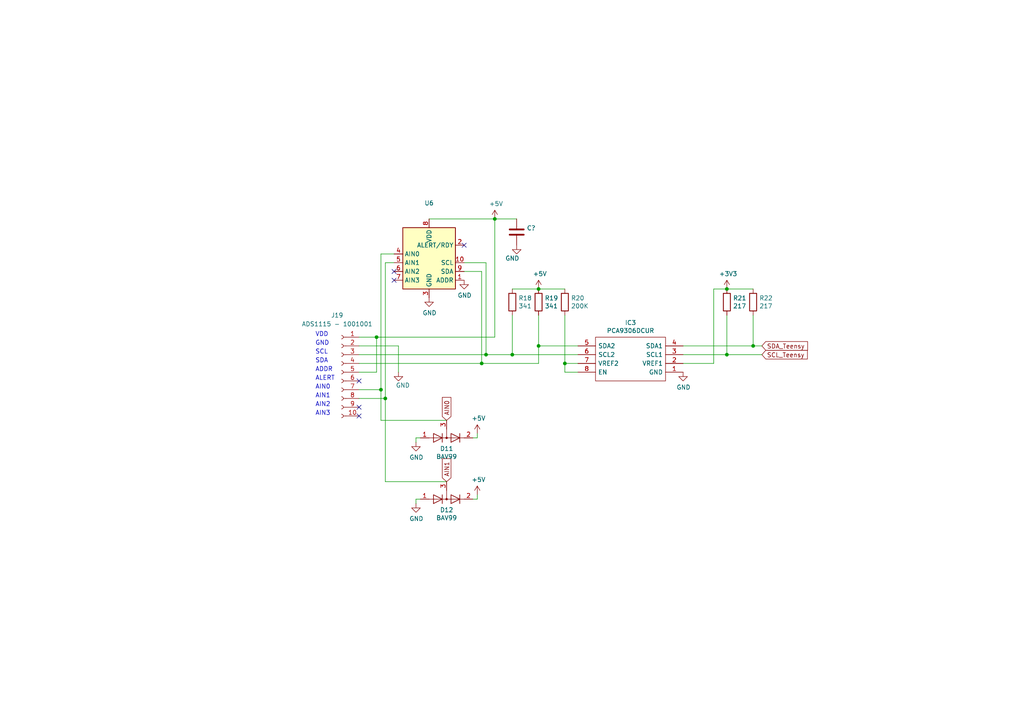
<source format=kicad_sch>
(kicad_sch (version 20211123) (generator eeschema)
  (paper "A4")
  (title_block (title "Analog") (date "2022-12-24"))
  (lib_symbols
    (symbol "RC10-rescue:C-Device" (pin_numbers hide) (pin_names (offset 0.254))
      (property "Reference" "C" (at 0.635 2.54 0))
      (property "Value" "C-Device" (at 0.635 -2.54 0))
      (symbol "C-Device_0_1"
        (polyline (pts (xy -2.032 -0.762) (xy 2.032 -0.762)) (stroke (width 0.508)))
        (polyline (pts (xy -2.032 0.762) (xy 2.032 0.762)) (stroke (width 0.508)))
      )
      (symbol "C-Device_1_1"
        (pin passive line (at 0 3.81 270) (length 2.794) (name "~") (number "1"))
        (pin passive line (at 0 -3.81 90) (length 2.794) (name "~") (number "2"))
      )
    )
    (symbol "RC10-rescue:GND-power" (power) (pin_names (offset 0))
      (property "Value" "GND-power" (at 0 -3.81 0))
      (symbol "GND-power_0_1"
        (polyline (pts (xy 0 0) (xy 0 -1.27) (xy 1.27 -1.27) (xy 0 -2.54) (xy -1.27 -1.27) (xy 0 -1.27)))
      )
      (symbol "GND-power_1_1"
        (pin power_in line (at 0 0 270) (length 0) hide (name "GND") (number "1"))
      )
    )
    (symbol "RC11-rescue:+3.3V-power" (power) (pin_names (offset 0))
      (property "Value" "+3.3V-power" (at 0 3.556 0))
      (symbol "+3.3V-power_0_1"
        (polyline (pts (xy -0.762 1.27) (xy 0 2.54)))
        (polyline (pts (xy 0 0) (xy 0 2.54)))
        (polyline (pts (xy 0 2.54) (xy 0.762 1.27)))
      )
      (symbol "+3.3V-power_1_1"
        (pin power_in line (at 0 0 90) (length 0) hide (name "+3V3") (number "1"))
      )
    )
    (symbol "RC11-rescue:+5V-power" (power) (pin_names (offset 0))
      (property "Value" "+5V-power" (at 0 3.556 0))
      (symbol "+5V-power_0_1"
        (polyline (pts (xy -0.762 1.27) (xy 0 2.54)))
        (polyline (pts (xy 0 0) (xy 0 2.54)))
        (polyline (pts (xy 0 2.54) (xy 0.762 1.27)))
      )
      (symbol "+5V-power_1_1"
        (pin power_in line (at 0 0 90) (length 0) hide (name "+5V") (number "1"))
      )
    )
    (symbol "RC11-rescue:ADS1115IDGS-Analog_ADC"
      (property "Reference" "U" (at 2.54 13.97 0))
      (property "Value" "ADS1115IDGS-Analog_ADC" (at 7.62 11.43 0))
      (symbol "ADS1115IDGS-Analog_ADC_0_1"
        (rectangle (start -7.62 10.16) (end 7.62 -7.62) (stroke (width 0.254)) (fill (type background)))
      )
      (symbol "ADS1115IDGS-Analog_ADC_1_1"
        (pin input line (at 10.16 -5.08 180) (length 2.54) (name "ADDR") (number "1"))
        (pin input line (at 10.16 0 180) (length 2.54) (name "SCL") (number "10"))
        (pin output line (at 10.16 5.08 180) (length 2.54) (name "ALERT/RDY") (number "2"))
        (pin power_in line (at 0 -10.16 90) (length 2.54) (name "GND") (number "3"))
        (pin input line (at -10.16 2.54 0) (length 2.54) (name "AIN0") (number "4"))
        (pin input line (at -10.16 0 0) (length 2.54) (name "AIN1") (number "5"))
        (pin input line (at -10.16 -2.54 0) (length 2.54) (name "AIN2") (number "6"))
        (pin input line (at -10.16 -5.08 0) (length 2.54) (name "AIN3") (number "7"))
        (pin power_in line (at 0 12.7 270) (length 2.54) (name "VDD") (number "8"))
        (pin bidirectional line (at 10.16 -2.54 180) (length 2.54) (name "SDA") (number "9"))
      )
    )
    (symbol "RC11-rescue:BAV99-Diode" (pin_names hide)
      (property "Reference" "D" (at 0 5.08 0))
      (property "Value" "BAV99-Diode" (at 0 2.54 0))
      (symbol "BAV99-Diode_0_1"
        (polyline (pts (xy -5.08 0) (xy 5.08 0)))
      )
      (symbol "BAV99-Diode_1_1"
        (polyline (pts (xy 0 0) (xy 0 -2.54)))
        (polyline (pts (xy -1.27 -1.27) (xy -1.27 1.27) (xy -1.27 1.27)) (stroke (width 0.2032)))
        (polyline (pts (xy 3.81 1.27) (xy 3.81 -1.27) (xy 3.81 -1.27)) (stroke (width 0.2032)))
        (polyline (pts (xy -3.81 1.27) (xy -1.27 0) (xy -3.81 -1.27) (xy -3.81 1.27) (xy -3.81 1.27) (xy -3.81 1.27)) (stroke (width 0.2032)))
        (polyline (pts (xy 1.27 1.27) (xy 3.81 0) (xy 1.27 -1.27) (xy 1.27 1.27) (xy 1.27 1.27) (xy 1.27 1.27)) (stroke (width 0.2032)))
        (circle (center 0 0) (radius 0.254) (fill (type outline)))
        (pin passive line (at -7.62 0 0) (length 2.54) (name "K") (number "1"))
        (pin passive line (at 7.62 0 180) (length 2.54) (name "A") (number "2"))
        (pin passive line (at 0 -5.08 90) (length 2.54) (name "K") (number "3"))
      )
    )
    (symbol "RC11-rescue:Conn_01x10_Female-Connector" (pin_names (offset 1.016) hide)
      (property "Reference" "J" (at 0 12.7 0))
      (property "Value" "Conn_01x10_Female-Connector" (at 0 -15.24 0))
      (symbol "Conn_01x10_Female-Connector_1_1"
        (arc (start 0 -12.192) (mid -0.508 -12.7) (end 0 -13.208) (stroke (width 0.1524)))
        (arc (start 0 -9.652) (mid -0.508 -10.16) (end 0 -10.668) (stroke (width 0.1524)))
        (arc (start 0 -7.112) (mid -0.508 -7.62) (end 0 -8.128) (stroke (width 0.1524)))
        (arc (start 0 -4.572) (mid -0.508 -5.08) (end 0 -5.588) (stroke (width 0.1524)))
        (arc (start 0 -2.032) (mid -0.508 -2.54) (end 0 -3.048) (stroke (width 0.1524)))
        (polyline (pts (xy -1.27 -12.7) (xy -0.508 -12.7)) (stroke (width 0.1524)))
        (polyline (pts (xy -1.27 -10.16) (xy -0.508 -10.16)) (stroke (width 0.1524)))
        (polyline (pts (xy -1.27 -7.62) (xy -0.508 -7.62)) (stroke (width 0.1524)))
        (polyline (pts (xy -1.27 -5.08) (xy -0.508 -5.08)) (stroke (width 0.1524)))
        (polyline (pts (xy -1.27 -2.54) (xy -0.508 -2.54)) (stroke (width 0.1524)))
        (polyline (pts (xy -1.27 0) (xy -0.508 0)) (stroke (width 0.1524)))
        (polyline (pts (xy -1.27 2.54) (xy -0.508 2.54)) (stroke (width 0.1524)))
        (polyline (pts (xy -1.27 5.08) (xy -0.508 5.08)) (stroke (width 0.1524)))
        (polyline (pts (xy -1.27 7.62) (xy -0.508 7.62)) (stroke (width 0.1524)))
        (polyline (pts (xy -1.27 10.16) (xy -0.508 10.16)) (stroke (width 0.1524)))
        (arc (start 0 0.508) (mid -0.508 0) (end 0 -0.508) (stroke (width 0.1524)))
        (arc (start 0 3.048) (mid -0.508 2.54) (end 0 2.032) (stroke (width 0.1524)))
        (arc (start 0 5.588) (mid -0.508 5.08) (end 0 4.572) (stroke (width 0.1524)))
        (arc (start 0 8.128) (mid -0.508 7.62) (end 0 7.112) (stroke (width 0.1524)))
        (arc (start 0 10.668) (mid -0.508 10.16) (end 0 9.652) (stroke (width 0.1524)))
        (pin passive line (at -5.08 10.16 0) (length 3.81) (name "Pin_1") (number "1"))
        (pin passive line (at -5.08 -12.7 0) (length 3.81) (name "Pin_10") (number "10"))
        (pin passive line (at -5.08 7.62 0) (length 3.81) (name "Pin_2") (number "2"))
        (pin passive line (at -5.08 5.08 0) (length 3.81) (name "Pin_3") (number "3"))
        (pin passive line (at -5.08 2.54 0) (length 3.81) (name "Pin_4") (number "4"))
        (pin passive line (at -5.08 0 0) (length 3.81) (name "Pin_5") (number "5"))
        (pin passive line (at -5.08 -2.54 0) (length 3.81) (name "Pin_6") (number "6"))
        (pin passive line (at -5.08 -5.08 0) (length 3.81) (name "Pin_7") (number "7"))
        (pin passive line (at -5.08 -7.62 0) (length 3.81) (name "Pin_8") (number "8"))
        (pin passive line (at -5.08 -10.16 0) (length 3.81) (name "Pin_9") (number "9"))
      )
    )
    (symbol "RC11-rescue:GND-power" (power) (pin_names (offset 0))
      (property "Value" "GND-power" (at 0 -3.81 0))
      (symbol "GND-power_0_1"
        (polyline (pts (xy 0 0) (xy 0 -1.27) (xy 1.27 -1.27) (xy 0 -2.54) (xy -1.27 -1.27) (xy 0 -1.27)))
      )
      (symbol "GND-power_1_1"
        (pin power_in line (at 0 0 270) (length 0) hide (name "GND") (number "1"))
      )
    )
    (symbol "RC11-rescue:PCA9306DCUR-MyLib" (pin_names (offset 0.762))
      (property "Reference" "IC" (at 26.67 7.62 0))
      (property "Value" "PCA9306DCUR-MyLib" (at 26.67 5.08 0))
      (symbol "PCA9306DCUR-MyLib_0_0"
        (pin passive line (at 0 0 0) (length 5.08) (name "GND") (number "1"))
        (pin passive line (at 0 -2.54 0) (length 5.08) (name "VREF1") (number "2"))
        (pin passive line (at 0 -5.08 0) (length 5.08) (name "SCL1") (number "3"))
        (pin passive line (at 0 -7.62 0) (length 5.08) (name "SDA1") (number "4"))
        (pin passive line (at 30.48 -7.62 180) (length 5.08) (name "SDA2") (number "5"))
        (pin passive line (at 30.48 -5.08 180) (length 5.08) (name "SCL2") (number "6"))
        (pin passive line (at 30.48 -2.54 180) (length 5.08) (name "VREF2") (number "7"))
        (pin passive line (at 30.48 0 180) (length 5.08) (name "EN") (number "8"))
      )
      (symbol "PCA9306DCUR-MyLib_0_1"
        (polyline (pts (xy 5.08 2.54) (xy 25.4 2.54) (xy 25.4 -10.16) (xy 5.08 -10.16) (xy 5.08 2.54)) (stroke (width 0.1524)))
      )
    )
    (symbol "RC11-rescue:R-Device" (pin_numbers hide) (pin_names (offset 0))
      (property "Reference" "R" (at 2.032 0 90))
      (property "Value" "R-Device" (at 0 0 90))
      (symbol "R-Device_0_1"
        (rectangle (start -1.016 -2.54) (end 1.016 2.54) (stroke (width 0.254)))
      )
      (symbol "R-Device_1_1"
        (pin passive line (at 0 3.81 270) (length 1.27) (name "~") (number "1"))
        (pin passive line (at 0 -3.81 90) (length 1.27) (name "~") (number "2"))
      )
    )
  )
  (junction (at 210.82 102.87))
  (junction (at 143.51 63.5))
  (junction (at 163.83 105.41))
  (junction (at 140.97 102.87))
  (junction (at 218.44 100.33))
  (junction (at 148.59 102.87))
  (junction (at 139.7 105.41))
  (junction (at 111.76 115.57))
  (junction (at 110.49 113.03))
  (junction (at 109.22 97.79))
  (junction (at 156.21 83.82))
  (junction (at 210.82 83.82))
  (junction (at 156.21 100.33))
  (no_connect (at 114.3 78.74))
  (no_connect (at 104.14 110.49))
  (no_connect (at 114.3 81.28))
  (no_connect (at 104.14 118.11))
  (no_connect (at 134.62 71.12))
  (no_connect (at 104.14 120.65))
  (wire (pts (xy 148.59 102.87) (xy 167.64 102.87)))
  (wire (pts (xy 137.16 127) (xy 138.43 127)))
  (wire (pts (xy 163.83 105.41) (xy 167.64 105.41)))
  (wire (pts (xy 210.82 83.82) (xy 218.44 83.82)))
  (wire (pts (xy 114.3 73.66) (xy 110.49 73.66)))
  (wire (pts (xy 104.14 97.79) (xy 109.22 97.79)))
  (wire (pts (xy 198.12 102.87) (xy 210.82 102.87)))
  (wire (pts (xy 138.43 144.78) (xy 138.43 143.51)))
  (wire (pts (xy 163.83 91.44) (xy 163.83 105.41)))
  (wire (pts (xy 140.97 76.2) (xy 140.97 102.87)))
  (wire (pts (xy 139.7 105.41) (xy 156.21 105.41)))
  (wire (pts (xy 137.16 144.78) (xy 138.43 144.78)))
  (wire (pts (xy 121.92 127) (xy 120.65 127)))
  (wire (pts (xy 115.57 107.95) (xy 115.57 100.33)))
  (wire (pts (xy 198.12 105.41) (xy 207.01 105.41)))
  (wire (pts (xy 140.97 102.87) (xy 148.59 102.87)))
  (wire (pts (xy 156.21 100.33) (xy 167.64 100.33)))
  (wire (pts (xy 120.65 144.78) (xy 120.65 146.05)))
  (wire (pts (xy 148.59 83.82) (xy 156.21 83.82)))
  (wire (pts (xy 207.01 83.82) (xy 210.82 83.82)))
  (wire (pts (xy 210.82 91.44) (xy 210.82 102.87)))
  (wire (pts (xy 114.3 76.2) (xy 111.76 76.2)))
  (wire (pts (xy 156.21 91.44) (xy 156.21 100.33)))
  (wire (pts (xy 104.14 102.87) (xy 140.97 102.87)))
  (wire (pts (xy 143.51 63.5) (xy 143.51 97.79)))
  (wire (pts (xy 120.65 127) (xy 120.65 128.27)))
  (wire (pts (xy 111.76 76.2) (xy 111.76 115.57)))
  (wire (pts (xy 110.49 73.66) (xy 110.49 113.03)))
  (wire (pts (xy 138.43 127) (xy 138.43 125.73)))
  (wire (pts (xy 143.51 63.5) (xy 124.46 63.5)))
  (wire (pts (xy 109.22 107.95) (xy 109.22 97.79)))
  (wire (pts (xy 121.92 144.78) (xy 120.65 144.78)))
  (wire (pts (xy 129.54 121.92) (xy 110.49 121.92)))
  (wire (pts (xy 110.49 113.03) (xy 110.49 121.92)))
  (wire (pts (xy 109.22 97.79) (xy 143.51 97.79)))
  (wire (pts (xy 111.76 115.57) (xy 111.76 139.7)))
  (wire (pts (xy 143.51 63.5) (xy 149.86 63.5)))
  (wire (pts (xy 163.83 105.41) (xy 163.83 107.95)))
  (wire (pts (xy 134.62 78.74) (xy 139.7 78.74)))
  (wire (pts (xy 104.14 105.41) (xy 139.7 105.41)))
  (wire (pts (xy 210.82 102.87) (xy 220.98 102.87)))
  (wire (pts (xy 218.44 91.44) (xy 218.44 100.33)))
  (wire (pts (xy 163.83 107.95) (xy 167.64 107.95)))
  (wire (pts (xy 104.14 107.95) (xy 109.22 107.95)))
  (wire (pts (xy 156.21 83.82) (xy 163.83 83.82)))
  (wire (pts (xy 104.14 115.57) (xy 111.76 115.57)))
  (wire (pts (xy 207.01 83.82) (xy 207.01 105.41)))
  (wire (pts (xy 156.21 100.33) (xy 156.21 105.41)))
  (wire (pts (xy 104.14 100.33) (xy 115.57 100.33)))
  (wire (pts (xy 129.54 139.7) (xy 111.76 139.7)))
  (wire (pts (xy 104.14 113.03) (xy 110.49 113.03)))
  (wire (pts (xy 218.44 100.33) (xy 220.98 100.33)))
  (wire (pts (xy 134.62 76.2) (xy 140.97 76.2)))
  (wire (pts (xy 198.12 100.33) (xy 218.44 100.33)))
  (wire (pts (xy 148.59 91.44) (xy 148.59 102.87)))
  (wire (pts (xy 139.7 78.74) (xy 139.7 105.41)))
  (text "ADDR" (at 91.44 107.95 0) (effects (font (size 1.27 1.27)) (justify left bottom)))
  (text "SDA" (at 91.44 105.41 0) (effects (font (size 1.27 1.27)) (justify left bottom)))
  (text "ALERT" (at 91.44 110.49 0) (effects (font (size 1.27 1.27)) (justify left bottom)))
  (text "AIN2" (at 91.44 118.11 0) (effects (font (size 1.27 1.27)) (justify left bottom)))
  (text "AIN3" (at 91.44 120.65 0) (effects (font (size 1.27 1.27)) (justify left bottom)))
  (text "VDD" (at 91.44 97.79 0) (effects (font (size 1.27 1.27)) (justify left bottom)))
  (text "SCL" (at 91.44 102.87 0) (effects (font (size 1.27 1.27)) (justify left bottom)))
  (text "AIN0" (at 91.44 113.03 0) (effects (font (size 1.27 1.27)) (justify left bottom)))
  (text "GND" (at 91.44 100.33 0) (effects (font (size 1.27 1.27)) (justify left bottom)))
  (text "AIN1" (at 91.44 115.57 0) (effects (font (size 1.27 1.27)) (justify left bottom)))
  (global_label "AIN0" (shape input) (at 129.54 121.92 90) (property "Intersheet References" "${INTERSHEET_REFS}" (effects hide)))
  (global_label "SDA_Teensy" (shape input) (at 220.98 100.33 0) (property "Intersheet References" "${INTERSHEET_REFS}" (effects hide)))
  (global_label "AIN1" (shape input) (at 129.54 139.7 90) (property "Intersheet References" "${INTERSHEET_REFS}" (effects hide)))
  (global_label "SCL_Teensy" (shape input) (at 220.98 102.87 0) (property "Intersheet References" "${INTERSHEET_REFS}" (effects hide)))
  (symbol (lib_id "RC11-rescue:Conn_01x10_Female-Connector") (at 99.06 107.95 0) (mirror y) (unit 1)
    (property "Reference" "J19" (at 97.79 91.44 0))
    (property "Value" "ADS1115 - 1001001" (at 97.79 93.98 0))
    (property "Footprint" "Connector_PinSocket_2.54mm:PinSocket_1x10_P2.54mm_Vertical" (effects hide))
  )
  (symbol (lib_id "RC11-rescue:PCA9306DCUR-MyLib") (at 198.12 107.95 180) (unit 1)
    (property "Reference" "IC3" (at 182.88 93.599 0))
    (property "Value" "PCA9306DCUR" (at 182.88 95.9104 0))
    (property "Footprint" "MyFootprints:PCA9306DCUR" (effects hide))
    (property "Datasheet" "http://www.ti.com/lit/gpn/pca9306" (effects hide))
    (property "Description" "2-Bit Bidirectional I2C Bus and SMBus Voltage-Level Shifter" (effects hide))
    (property "Height" "0.9" (effects hide))
    (property "Mouser Part Number" "595-PCA9306DCUR" (effects hide))
    (property "Mouser Price/Stock" "https://www.mouser.co.uk/ProductDetail/Texas-Instruments/PCA9306DCUR?qs=wgAEGBTxy7nQr5PRxNBUNA%3D%3D" (effects hide))
    (property "Manufacturer_Name" "Texas Instruments" (effects hide))
    (property "Manufacturer_Part_Number" "PCA9306DCUR" (effects hide))
  )
  (symbol (lib_id "RC11-rescue:+5V-power") (at 156.21 83.82 0) (unit 1)
    (property "Reference" "#PWR050" (effects hide))
    (property "Value" "+5V" (at 156.591 79.4258 0))
  )
  (symbol (lib_id "RC11-rescue:+5V-power") (at 143.51 63.5 0) (unit 1)
    (property "Reference" "#PWR045" (effects hide))
    (property "Value" "+5V" (at 143.891 59.1058 0))
  )
  (symbol (lib_id "RC11-rescue:GND-power") (at 115.57 107.95 0) (unit 1)
    (property "Reference" "#PWR047" (effects hide))
    (property "Value" "GND" (at 116.84 111.76 0))
  )
  (symbol (lib_id "RC11-rescue:GND-power") (at 198.12 107.95 0) (unit 1)
    (property "Reference" "#PWR052" (effects hide))
    (property "Value" "GND" (at 198.247 112.3442 0))
  )
  (symbol (lib_id "RC11-rescue:R-Device") (at 148.59 87.63 0) (unit 1)
    (property "Reference" "R18" (at 150.368 86.4616 0) (effects (justify left)))
    (property "Value" "341" (at 150.368 88.773 0) (effects (justify left)))
    (property "Footprint" "Resistor_SMD:R_0603_1608Metric" (effects hide))
  )
  (symbol (lib_id "RC11-rescue:R-Device") (at 156.21 87.63 0) (unit 1)
    (property "Reference" "R19" (at 157.988 86.4616 0) (effects (justify left)))
    (property "Value" "341" (at 157.988 88.773 0) (effects (justify left)))
    (property "Footprint" "Resistor_SMD:R_0603_1608Metric" (effects hide))
  )
  (symbol (lib_id "RC11-rescue:R-Device") (at 163.83 87.63 0) (unit 1)
    (property "Reference" "R20" (at 165.608 86.4616 0) (effects (justify left)))
    (property "Value" "200K" (at 165.608 88.773 0) (effects (justify left)))
    (property "Footprint" "Resistor_SMD:R_0603_1608Metric" (effects hide))
  )
  (symbol (lib_id "RC11-rescue:R-Device") (at 210.82 87.63 0) (unit 1)
    (property "Reference" "R21" (at 212.598 86.4616 0) (effects (justify left)))
    (property "Value" "217" (at 212.598 88.773 0) (effects (justify left)))
    (property "Footprint" "Resistor_SMD:R_0603_1608Metric" (effects hide))
  )
  (symbol (lib_id "RC11-rescue:R-Device") (at 218.44 87.63 0) (unit 1)
    (property "Reference" "R22" (at 220.218 86.4616 0) (effects (justify left)))
    (property "Value" "217" (at 220.218 88.773 0) (effects (justify left)))
    (property "Footprint" "Resistor_SMD:R_0603_1608Metric" (effects hide))
  )
  (symbol (lib_id "RC11-rescue:+3.3V-power") (at 210.82 83.82 0) (unit 1)
    (property "Reference" "#PWR053" (effects hide))
    (property "Value" "+3.3V" (at 211.201 79.4258 0))
  )
  (symbol (lib_id "RC11-rescue:BAV99-Diode") (at 129.54 127 0) (mirror x) (unit 1)
    (property "Reference" "D11" (at 129.54 130.1242 0))
    (property "Value" "BAV99" (at 129.54 132.4356 0))
    (property "Footprint" "Package_TO_SOT_SMD:SOT-23" (effects hide))
    (property "Datasheet" "https://assets.nexperia.com/documents/data-sheet/BAV99_SER.pdf" (effects hide))
  )
  (symbol (lib_id "RC11-rescue:+5V-power") (at 138.43 125.73 0) (unit 1)
    (property "Reference" "#PWR051" (effects hide))
    (property "Value" "+5V" (at 138.811 121.3358 0))
  )
  (symbol (lib_id "RC11-rescue:GND-power") (at 120.65 128.27 0) (unit 1)
    (property "Reference" "#PWR048" (effects hide))
    (property "Value" "GND" (at 120.777 132.6642 0))
  )
  (symbol (lib_id "RC11-rescue:BAV99-Diode") (at 129.54 144.78 0) (mirror x) (unit 1)
    (property "Reference" "D12" (at 129.54 147.9042 0))
    (property "Value" "BAV99" (at 129.54 150.2156 0))
    (property "Footprint" "Package_TO_SOT_SMD:SOT-23" (effects hide))
    (property "Datasheet" "https://assets.nexperia.com/documents/data-sheet/BAV99_SER.pdf" (effects hide))
  )
  (symbol (lib_id "RC11-rescue:+5V-power") (at 138.43 143.51 0) (unit 1)
    (property "Reference" "#PWR055" (effects hide))
    (property "Value" "+5V" (at 138.811 139.1158 0))
  )
  (symbol (lib_id "RC11-rescue:GND-power") (at 120.65 146.05 0) (unit 1)
    (property "Reference" "#PWR054" (effects hide))
    (property "Value" "GND" (at 120.777 150.4442 0))
  )
  (symbol (lib_id "RC11-rescue:ADS1115IDGS-Analog_ADC") (at 124.46 76.2 0) (unit 1)
    (property "Reference" "U6" (at 124.46 58.9026 0))
    (property "Datasheet" "http://www.ti.com/lit/ds/symlink/ads1113.pdf" (effects hide))
  )
  (symbol (lib_id "RC11-rescue:GND-power") (at 124.46 86.36 0) (unit 1)
    (property "Reference" "#PWR03" (effects hide))
    (property "Value" "GND" (at 124.587 90.7542 0))
  )
  (symbol (lib_id "RC11-rescue:GND-power") (at 134.62 81.28 0) (unit 1)
    (property "Reference" "#PWR056" (effects hide))
    (property "Value" "GND" (at 134.747 85.6742 0))
  )
  (symbol (lib_id "RC10-rescue:C-Device") (at 149.86 67.31 0) (unit 1)
    (property "Reference" "C?" (at 152.781 66.1416 0) (effects (justify left)))
  )
  (symbol (lib_id "RC10-rescue:GND-power") (at 149.86 71.12 0) (unit 1)
    (property "Reference" "#PWR?" (effects hide))
  )
)
</source>
